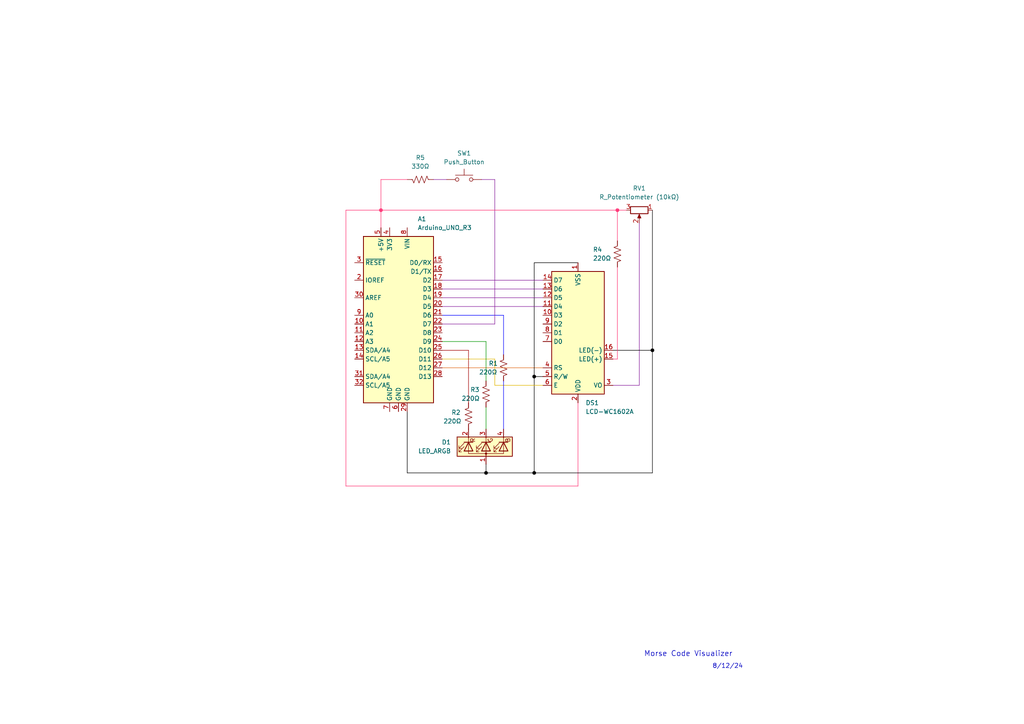
<source format=kicad_sch>
(kicad_sch (version 20231120) (generator "eeschema") (generator_version "8.0")
  (paper "A4")
  (lib_symbols
    (symbol "Device:LED_ARGB" (pin_names (offset 0) hide)
      (property "Reference" "D" (at 0 9.398 0))
      (property "Value" "LED_ARGB" (at 0 -8.89 0))
      (symbol "LED_ARGB_0_0"
        (text "B" (at -1.905 -6.35 0) (effects (font (size 1.27 1.27))))
        (text "G" (at -1.905 -1.27 0) (effects (font (size 1.27 1.27))))
        (text "R" (at -1.905 3.81 0) (effects (font (size 1.27 1.27))))
      )
      (symbol "LED_ARGB_0_1"
        (polyline (pts (xy -1.27 -5.08) (xy -2.54 -5.08)))
        (polyline (pts (xy -1.27 -5.08) (xy 1.27 -5.08)))
        (polyline (pts (xy -1.27 -3.81) (xy -1.27 -6.35)) (stroke (width 0.254)))
        (polyline (pts (xy -1.27 0) (xy -2.54 0)))
        (polyline (pts (xy -1.27 1.27) (xy -1.27 -1.27)) (stroke (width 0.254)))
        (polyline (pts (xy -1.27 5.08) (xy -2.54 5.08)))
        (polyline (pts (xy -1.27 5.08) (xy 1.27 5.08)))
        (polyline (pts (xy -1.27 6.35) (xy -1.27 3.81)) (stroke (width 0.254)))
        (polyline (pts (xy 1.27 0) (xy -1.27 0)))
        (polyline (pts (xy 1.27 0) (xy 2.54 0)))
        (polyline (pts (xy -1.27 1.27) (xy -1.27 -1.27) (xy -1.27 -1.27)))
        (polyline (pts (xy -1.27 6.35) (xy -1.27 3.81) (xy -1.27 3.81)))
        (polyline (pts (xy 1.27 -5.08) (xy 2.032 -5.08) (xy 2.032 5.08) (xy 1.27 5.08)))
        (polyline (pts (xy 1.27 -3.81) (xy 1.27 -6.35) (xy -1.27 -5.08) (xy 1.27 -3.81)) (stroke (width 0.254)))
        (polyline (pts (xy 1.27 1.27) (xy 1.27 -1.27) (xy -1.27 0) (xy 1.27 1.27)) (stroke (width 0.254)))
        (polyline (pts (xy 1.27 6.35) (xy 1.27 3.81) (xy -1.27 5.08) (xy 1.27 6.35)) (stroke (width 0.254)))
        (polyline (pts (xy -1.016 -3.81) (xy 0.508 -2.286) (xy -0.254 -2.286) (xy 0.508 -2.286) (xy 0.508 -3.048)))
        (polyline (pts (xy -1.016 1.27) (xy 0.508 2.794) (xy -0.254 2.794) (xy 0.508 2.794) (xy 0.508 2.032)))
        (polyline (pts (xy -1.016 6.35) (xy 0.508 7.874) (xy -0.254 7.874) (xy 0.508 7.874) (xy 0.508 7.112)))
        (polyline (pts (xy 0 -3.81) (xy 1.524 -2.286) (xy 0.762 -2.286) (xy 1.524 -2.286) (xy 1.524 -3.048)))
        (polyline (pts (xy 0 1.27) (xy 1.524 2.794) (xy 0.762 2.794) (xy 1.524 2.794) (xy 1.524 2.032)))
        (polyline (pts (xy 0 6.35) (xy 1.524 7.874) (xy 0.762 7.874) (xy 1.524 7.874) (xy 1.524 7.112)))
        (rectangle (start 1.27 -1.27) (end 1.27 1.27))
        (rectangle (start 1.27 1.27) (end 1.27 1.27))
        (rectangle (start 1.27 3.81) (end 1.27 6.35))
        (rectangle (start 1.27 6.35) (end 1.27 6.35))
        (circle (center 2.032 0) (radius 0.254) (fill (type outline)))
        (rectangle (start 2.794 8.382) (end -2.794 -7.62) (stroke (width 0.254)) (fill (type background)))
      )
      (symbol "LED_ARGB_1_1"
        (pin passive line (at 5.08 0 180) (length 2.54) (name "A") (number "1"))
        (pin passive line (at -5.08 5.08 0) (length 2.54) (name "RK") (number "2"))
        (pin passive line (at -5.08 0 0) (length 2.54) (name "GK") (number "3"))
        (pin passive line (at -5.08 -5.08 0) (length 2.54) (name "BK") (number "4"))
      )
    )
    (symbol "Device:R_Potentiometer" (pin_names (offset 1.016) hide)
      (property "Reference" "RV" (at -4.445 0 90))
      (property "Value" "R_Potentiometer" (at -2.54 0 90))
      (symbol "R_Potentiometer_0_1"
        (polyline (pts (xy 2.54 0) (xy 1.524 0)))
        (polyline (pts (xy 1.143 0) (xy 2.286 0.508) (xy 2.286 -0.508) (xy 1.143 0)) (fill (type outline)))
        (rectangle (start 1.016 2.54) (end -1.016 -2.54) (stroke (width 0.254)))
      )
      (symbol "R_Potentiometer_1_1"
        (pin passive line (at 0 3.81 270) (length 1.27) (name "1") (number "1"))
        (pin passive line (at 3.81 0 180) (length 1.27) (name "2") (number "2"))
        (pin passive line (at 0 -3.81 90) (length 1.27) (name "3") (number "3"))
      )
    )
    (symbol "Device:R_US" (pin_numbers hide) (pin_names (offset 0))
      (property "Reference" "R" (at 2.54 0 90))
      (property "Value" "R_US" (at -2.54 0 90))
      (symbol "R_US_0_1"
        (polyline (pts (xy 0 -2.286) (xy 0 -2.54)))
        (polyline (pts (xy 0 2.286) (xy 0 2.54)))
        (polyline (pts (xy 0 -0.762) (xy 1.016 -1.143) (xy 0 -1.524) (xy -1.016 -1.905) (xy 0 -2.286)))
        (polyline (pts (xy 0 0.762) (xy 1.016 0.381) (xy 0 0) (xy -1.016 -0.381) (xy 0 -0.762)))
        (polyline (pts (xy 0 2.286) (xy 1.016 1.905) (xy 0 1.524) (xy -1.016 1.143) (xy 0 0.762)))
      )
      (symbol "R_US_1_1"
        (pin passive line (at 0 3.81 270) (length 1.27) (name "~") (number "1"))
        (pin passive line (at 0 -3.81 90) (length 1.27) (name "~") (number "2"))
      )
    )
    (symbol "Display_Character:WC1602A"
      (property "Reference" "DS" (at -5.842 19.05 0))
      (property "Value" "WC1602A" (at 5.334 19.05 0))
      (symbol "WC1602A_1_1"
        (rectangle (start -7.62 17.78) (end 7.62 -17.78) (stroke (width 0.254)) (fill (type background)))
        (pin power_in line (at 0 -20.32 90) (length 2.54) (name "VSS") (number "1"))
        (pin input line (at -10.16 -5.08 0) (length 2.54) (name "D3") (number "10"))
        (pin input line (at -10.16 -7.62 0) (length 2.54) (name "D4") (number "11"))
        (pin input line (at -10.16 -10.16 0) (length 2.54) (name "D5") (number "12"))
        (pin input line (at -10.16 -12.7 0) (length 2.54) (name "D6") (number "13"))
        (pin input line (at -10.16 -15.24 0) (length 2.54) (name "D7") (number "14"))
        (pin power_in line (at 10.16 7.62 180) (length 2.54) (name "LED(+)") (number "15"))
        (pin power_in line (at 10.16 5.08 180) (length 2.54) (name "LED(-)") (number "16"))
        (pin power_in line (at 0 20.32 270) (length 2.54) (name "VDD") (number "2"))
        (pin input line (at 10.16 15.24 180) (length 2.54) (name "VO") (number "3"))
        (pin input line (at -10.16 10.16 0) (length 2.54) (name "RS") (number "4"))
        (pin input line (at -10.16 12.7 0) (length 2.54) (name "R/W") (number "5"))
        (pin input line (at -10.16 15.24 0) (length 2.54) (name "E") (number "6"))
        (pin input line (at -10.16 2.54 0) (length 2.54) (name "D0") (number "7"))
        (pin input line (at -10.16 0 0) (length 2.54) (name "D1") (number "8"))
        (pin input line (at -10.16 -2.54 0) (length 2.54) (name "D2") (number "9"))
      )
    )
    (symbol "MCU_Module:Arduino_UNO_R3"
      (property "Reference" "A" (at -10.16 23.495 0))
      (property "Value" "Arduino_UNO_R3" (at 5.08 -26.67 0))
      (symbol "Arduino_UNO_R3_0_1"
        (rectangle (start -10.16 22.86) (end 10.16 -25.4) (stroke (width 0.254)) (fill (type background)))
      )
      (symbol "Arduino_UNO_R3_1_1"
        (pin no_connect line (at -10.16 -20.32 0) (length 2.54) hide (name "NC") (number "1"))
        (pin bidirectional line (at 12.7 -2.54 180) (length 2.54) (name "A1") (number "10"))
        (pin bidirectional line (at 12.7 -5.08 180) (length 2.54) (name "A2") (number "11"))
        (pin bidirectional line (at 12.7 -7.62 180) (length 2.54) (name "A3") (number "12"))
        (pin bidirectional line (at 12.7 -10.16 180) (length 2.54) (name "SDA/A4") (number "13"))
        (pin bidirectional line (at 12.7 -12.7 180) (length 2.54) (name "SCL/A5") (number "14"))
        (pin bidirectional line (at -12.7 15.24 0) (length 2.54) (name "D0/RX") (number "15"))
        (pin bidirectional line (at -12.7 12.7 0) (length 2.54) (name "D1/TX") (number "16"))
        (pin bidirectional line (at -12.7 10.16 0) (length 2.54) (name "D2") (number "17"))
        (pin bidirectional line (at -12.7 7.62 0) (length 2.54) (name "D3") (number "18"))
        (pin bidirectional line (at -12.7 5.08 0) (length 2.54) (name "D4") (number "19"))
        (pin output line (at 12.7 10.16 180) (length 2.54) (name "IOREF") (number "2"))
        (pin bidirectional line (at -12.7 2.54 0) (length 2.54) (name "D5") (number "20"))
        (pin bidirectional line (at -12.7 0 0) (length 2.54) (name "D6") (number "21"))
        (pin bidirectional line (at -12.7 -2.54 0) (length 2.54) (name "D7") (number "22"))
        (pin bidirectional line (at -12.7 -5.08 0) (length 2.54) (name "D8") (number "23"))
        (pin bidirectional line (at -12.7 -7.62 0) (length 2.54) (name "D9") (number "24"))
        (pin bidirectional line (at -12.7 -10.16 0) (length 2.54) (name "D10") (number "25"))
        (pin bidirectional line (at -12.7 -12.7 0) (length 2.54) (name "D11") (number "26"))
        (pin bidirectional line (at -12.7 -15.24 0) (length 2.54) (name "D12") (number "27"))
        (pin bidirectional line (at -12.7 -17.78 0) (length 2.54) (name "D13") (number "28"))
        (pin power_in line (at -2.54 -27.94 90) (length 2.54) (name "GND") (number "29"))
        (pin input line (at 12.7 15.24 180) (length 2.54) (name "~{RESET}") (number "3"))
        (pin input line (at 12.7 5.08 180) (length 2.54) (name "AREF") (number "30"))
        (pin bidirectional line (at 12.7 -17.78 180) (length 2.54) (name "SDA/A4") (number "31"))
        (pin bidirectional line (at 12.7 -20.32 180) (length 2.54) (name "SCL/A5") (number "32"))
        (pin power_out line (at 2.54 25.4 270) (length 2.54) (name "3V3") (number "4"))
        (pin power_out line (at 5.08 25.4 270) (length 2.54) (name "+5V") (number "5"))
        (pin power_in line (at 0 -27.94 90) (length 2.54) (name "GND") (number "6"))
        (pin power_in line (at 2.54 -27.94 90) (length 2.54) (name "GND") (number "7"))
        (pin power_in line (at -2.54 25.4 270) (length 2.54) (name "VIN") (number "8"))
        (pin bidirectional line (at 12.7 0 180) (length 2.54) (name "A0") (number "9"))
      )
    )
    (symbol "Switch:SW_Push" (pin_numbers hide) (pin_names (offset 1.016) hide)
      (property "Reference" "SW" (at 1.27 2.54 0))
      (property "Value" "SW_Push" (at 0 -1.524 0))
      (symbol "SW_Push_0_1"
        (circle (center -2.032 0) (radius 0.508))
        (polyline (pts (xy 0 1.27) (xy 0 3.048)))
        (polyline (pts (xy 2.54 1.27) (xy -2.54 1.27)))
        (circle (center 2.032 0) (radius 0.508))
        (pin passive line (at -5.08 0 0) (length 2.54) (name "1") (number "1"))
        (pin passive line (at 5.08 0 180) (length 2.54) (name "2") (number "2"))
      )
    )
  )
  (junction (at 189.23 101.6) (color 0 0 0 1))
  (junction (at 154.94 137.16) (color 0 0 0 1))
  (junction (at 179.07 60.96) (color 255 51 115 1))
  (junction (at 154.94 109.22) (color 0 0 0 1))
  (junction (at 110.49 60.96) (color 255 51 115 1))
  (junction (at 140.97 137.16) (color 0 0 0 1))
  (wire (pts (xy 185.42 111.76) (xy 185.42 64.77)) (stroke (width 0) (color 136 32 157 1)))
  (wire (pts (xy 143.51 111.76) (xy 157.48 111.76)) (stroke (width 0) (color 225 182 0 1)))
  (wire (pts (xy 140.97 137.16) (xy 140.97 134.62)) (stroke (width 0) (color 0 0 0 1)))
  (wire (pts (xy 179.07 77.47) (xy 179.07 104.14)) (stroke (width 0) (color 255 51 115 1)))
  (wire (pts (xy 179.07 60.96) (xy 181.61 60.96)) (stroke (width 0) (color 255 51 115 1)))
  (wire (pts (xy 125.73 52.07) (xy 129.54 52.07)) (stroke (width 0) (color 136 32 157 1)))
  (wire (pts (xy 128.27 83.82) (xy 157.48 83.82)) (stroke (width 0) (color 136 32 157 1)))
  (wire (pts (xy 177.8 101.6) (xy 189.23 101.6)) (stroke (width 0) (color 0 0 0 1)))
  (wire (pts (xy 140.97 137.16) (xy 118.11 137.16)) (stroke (width 0) (color 0 0 0 1)))
  (wire (pts (xy 154.94 137.16) (xy 189.23 137.16)) (stroke (width 0) (color 0 0 0 1)))
  (wire (pts (xy 143.51 52.07) (xy 143.51 93.98)) (stroke (width 0) (color 136 32 157 1)))
  (wire (pts (xy 110.49 60.96) (xy 100.33 60.96)) (stroke (width 0) (color 255 51 115 1)))
  (wire (pts (xy 177.8 111.76) (xy 185.42 111.76)) (stroke (width 0) (color 136 32 157 1)))
  (wire (pts (xy 189.23 101.6) (xy 189.23 137.16)) (stroke (width 0) (color 0 0 0 1)))
  (wire (pts (xy 157.48 109.22) (xy 154.94 109.22)) (stroke (width 0) (color 0 0 0 1)))
  (wire (pts (xy 100.33 140.97) (xy 167.64 140.97)) (stroke (width 0) (color 255 51 115 1)))
  (wire (pts (xy 128.27 104.14) (xy 143.51 104.14)) (stroke (width 0) (color 225 182 0 1)))
  (wire (pts (xy 167.64 140.97) (xy 167.64 116.84)) (stroke (width 0) (color 255 51 115 1)))
  (wire (pts (xy 143.51 93.98) (xy 128.27 93.98)) (stroke (width 0) (color 136 32 157 1)))
  (wire (pts (xy 143.51 104.14) (xy 143.51 111.76)) (stroke (width 0) (color 225 182 0 1)))
  (wire (pts (xy 110.49 60.96) (xy 110.49 66.04)) (stroke (width 0) (color 255 51 115 1)))
  (wire (pts (xy 154.94 76.2) (xy 167.64 76.2)) (stroke (width 0) (color 0 0 0 1)))
  (wire (pts (xy 189.23 60.96) (xy 189.23 101.6)) (stroke (width 0) (color 0 0 0 1)))
  (wire (pts (xy 146.05 91.44) (xy 128.27 91.44)) (stroke (width 0) (color 0 0 255 1)))
  (wire (pts (xy 110.49 52.07) (xy 110.49 60.96)) (stroke (width 0) (color 255 51 115 1)))
  (wire (pts (xy 110.49 60.96) (xy 179.07 60.96)) (stroke (width 0) (color 255 51 115 1)))
  (wire (pts (xy 128.27 88.9) (xy 157.48 88.9)) (stroke (width 0) (color 136 32 157 1)))
  (wire (pts (xy 128.27 81.28) (xy 157.48 81.28)) (stroke (width 0) (color 136 32 157 1)))
  (wire (pts (xy 100.33 60.96) (xy 100.33 140.97)) (stroke (width 0) (color 255 51 115 1)))
  (wire (pts (xy 154.94 76.2) (xy 154.94 109.22)) (stroke (width 0) (color 0 0 0 1)))
  (wire (pts (xy 140.97 137.16) (xy 154.94 137.16)) (stroke (width 0) (color 0 0 0 1)))
  (wire (pts (xy 179.07 104.14) (xy 177.8 104.14)) (stroke (width 0) (color 255 51 115 1)))
  (wire (pts (xy 140.97 99.06) (xy 128.27 99.06)))
  (wire (pts (xy 146.05 91.44) (xy 146.05 102.87)) (stroke (width 0) (color 0 0 255 1)))
  (wire (pts (xy 128.27 106.68) (xy 157.48 106.68)) (stroke (width 0) (color 225 110 32 1)))
  (wire (pts (xy 154.94 109.22) (xy 154.94 137.16)) (stroke (width 0) (color 0 0 0 1)))
  (wire (pts (xy 140.97 118.11) (xy 140.97 124.46)))
  (wire (pts (xy 179.07 60.96) (xy 179.07 69.85)) (stroke (width 0) (color 255 51 115 1)))
  (wire (pts (xy 143.51 52.07) (xy 139.7 52.07)) (stroke (width 0) (color 136 32 157 1)))
  (wire (pts (xy 140.97 99.06) (xy 140.97 110.49)))
  (wire (pts (xy 135.89 101.6) (xy 128.27 101.6)) (stroke (width 0) (color 162 0 0 1)))
  (wire (pts (xy 128.27 86.36) (xy 157.48 86.36)) (stroke (width 0) (color 136 32 157 1)))
  (wire (pts (xy 146.05 110.49) (xy 146.05 124.46)) (stroke (width 0) (color 0 0 255 1)))
  (wire (pts (xy 118.11 119.38) (xy 118.11 137.16)) (stroke (width 0) (color 0 0 0 1)))
  (wire (pts (xy 110.49 52.07) (xy 118.11 52.07)) (stroke (width 0) (color 255 51 115 1)))
  (wire (pts (xy 135.89 101.6) (xy 135.89 116.84)) (stroke (width 0) (color 162 0 0 1)))
  (text "8/12/24\n" (at 211.074 193.294 0) (effects (font (size 1.27 1.27))))
  (text "Morse Code Visualizer" (at 199.644 189.738 0) (effects (font (size 1.524 1.524))))
  (symbol (lib_id "Device:R_US") (at 179.07 73.66 0) (mirror y) (unit 1)
    (property "Reference" "R4" (at 171.958 72.39 0) (effects (justify right)))
    (property "Value" "220Ω" (at 171.958 74.93 0) (effects (justify right)))
    (property "Description" "Resistor, US symbol" (effects (hide yes)))
  )
  (symbol (lib_id "Switch:SW_Push") (at 134.62 52.07 0) (mirror y) (unit 1)
    (property "Reference" "SW1" (at 134.62 44.45 0))
    (property "Value" "Push_Button" (at 134.62 46.99 0))
    (property "Description" "Push button switch, generic, two pins" (effects (hide yes)))
  )
  (symbol (lib_id "MCU_Module:Arduino_UNO_R3") (at 115.57 91.44 0) (mirror y) (unit 1)
    (property "Reference" "A1" (at 121.1265 63.5 0) (effects (justify right)))
    (property "Value" "Arduino_UNO_R3" (at 121.1265 66.04 0) (effects (justify right)))
    (property "Footprint" "Module:Arduino_UNO_R3" (effects (hide yes)))
    (property "Datasheet" "https://www.arduino.cc/en/Main/arduinoBoardUno" (effects (hide yes)))
    (property "Description" "Arduino UNO Microcontroller Module, release 3" (effects (hide yes)))
  )
  (symbol (lib_id "Device:R_US") (at 121.92 52.07 270) (mirror x) (unit 1)
    (property "Reference" "R5" (at 121.92 45.72 90))
    (property "Value" "330Ω" (at 121.92 48.26 90))
    (property "Description" "Resistor, US symbol" (effects (hide yes)))
  )
  (symbol (lib_id "Device:R_Potentiometer") (at 185.42 60.96 270) (unit 1)
    (property "Reference" "RV1" (at 185.42 54.61 90))
    (property "Value" "R_Potentiometer (10kΩ)" (at 185.42 57.15 90))
    (property "Description" "Potentiometer" (effects (hide yes)))
  )
  (symbol (lib_id "Display_Character:WC1602A") (at 167.64 96.52 0) (mirror x) (unit 1)
    (property "Reference" "DS1" (at 169.8341 116.84 0) (effects (justify left)))
    (property "Value" "LCD-WC1602A" (at 169.8341 119.38 0) (effects (justify left)))
    (property "Footprint" "Display:WC1602A" (effects (hide yes)))
    (property "Datasheet" "http://www.wincomlcd.com/pdf/WC1602A-SFYLYHTC06.pdf" (effects (hide yes)))
    (property "Description" "LCD 16x2 Alphanumeric , 8 bit parallel bus, 5V VDD" (effects (hide yes)))
  )
  (symbol (lib_id "Device:R_US") (at 140.97 114.3 0) (mirror y) (unit 1)
    (property "Reference" "R3" (at 136.398 113.03 0) (effects (justify right)))
    (property "Value" "220Ω" (at 133.858 115.57 0) (effects (justify right)))
    (property "Description" "Resistor, US symbol" (effects (hide yes)))
  )
  (symbol (lib_id "Device:R_US") (at 146.05 106.68 0) (mirror y) (unit 1)
    (property "Reference" "R1" (at 141.732 105.41 0) (effects (justify right)))
    (property "Value" "220Ω" (at 138.938 107.95 0) (effects (justify right)))
    (property "Description" "Resistor, US symbol" (effects (hide yes)))
  )
  (symbol (lib_id "Device:R_US") (at 135.89 120.65 0) (mirror y) (unit 1)
    (property "Reference" "R2" (at 133.604 119.634 0) (effects (justify left)))
    (property "Value" "220Ω" (at 133.858 122.174 0) (effects (justify left)))
    (property "Description" "Resistor, US symbol" (effects (hide yes)))
  )
  (symbol (lib_id "Device:LED_ARGB") (at 140.97 129.54 90) (mirror x) (unit 1)
    (property "Reference" "D1" (at 130.81 128.2699 90) (effects (justify left)))
    (property "Value" "LED_ARGB" (at 130.81 130.8099 90) (effects (justify left)))
    (property "Description" "RGB LED, anode/red/green/blue" (effects (hide yes)))
  )
)
</source>
